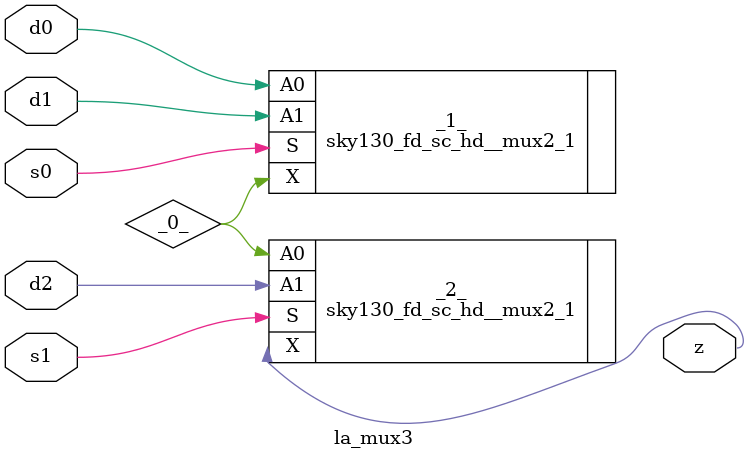
<source format=v>

module la_mux3(d0, d1, d2, s0, s1, z);
  wire _0_;
  input d0;
  input d1;
  input d2;
  input s0;
  input s1;
  output z;
  sky130_fd_sc_hd__mux2_1 _1_ (
    .A0(d0),
    .A1(d1),
    .S(s0),
    .X(_0_)
  );
  sky130_fd_sc_hd__mux2_1 _2_ (
    .A0(_0_),
    .A1(d2),
    .S(s1),
    .X(z)
  );
endmodule

</source>
